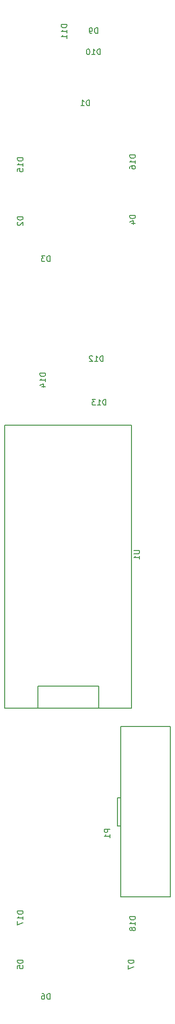
<source format=gbr>
G04 #@! TF.FileFunction,Legend,Bot*
%FSLAX46Y46*%
G04 Gerber Fmt 4.6, Leading zero omitted, Abs format (unit mm)*
G04 Created by KiCad (PCBNEW 4.0.4+e1-6308~48~ubuntu14.04.1-stable) date Sun Sep 25 16:17:57 2016*
%MOMM*%
%LPD*%
G01*
G04 APERTURE LIST*
%ADD10C,0.100000*%
%ADD11C,0.150000*%
G04 APERTURE END LIST*
D10*
D11*
X107000000Y-130280000D02*
X107000000Y-126320000D01*
X107000000Y-126320000D02*
X118000000Y-126320000D01*
X118000000Y-126320000D02*
X118000000Y-130280000D01*
X101000000Y-79280000D02*
X101000000Y-130280000D01*
X101000000Y-130280000D02*
X124000000Y-130280000D01*
X124000000Y-130280000D02*
X124000000Y-79280000D01*
X124000000Y-79280000D02*
X101000000Y-79280000D01*
X122000000Y-151540000D02*
X121420000Y-151540000D01*
X121420000Y-151540000D02*
X121420000Y-146460000D01*
X121420000Y-146460000D02*
X122000000Y-146460000D01*
X122000000Y-164360000D02*
X122000000Y-133640000D01*
X122000000Y-133640000D02*
X131000000Y-133640000D01*
X131000000Y-133640000D02*
X131000000Y-164360000D01*
X131000000Y-164360000D02*
X122000000Y-164360000D01*
X124412381Y-101854095D02*
X125221905Y-101854095D01*
X125317143Y-101901714D01*
X125364762Y-101949333D01*
X125412381Y-102044571D01*
X125412381Y-102235048D01*
X125364762Y-102330286D01*
X125317143Y-102377905D01*
X125221905Y-102425524D01*
X124412381Y-102425524D01*
X125412381Y-103425524D02*
X125412381Y-102854095D01*
X125412381Y-103139809D02*
X124412381Y-103139809D01*
X124555238Y-103044571D01*
X124650476Y-102949333D01*
X124698095Y-102854095D01*
X117824095Y-8580381D02*
X117824095Y-7580381D01*
X117586000Y-7580381D01*
X117443142Y-7628000D01*
X117347904Y-7723238D01*
X117300285Y-7818476D01*
X117252666Y-8008952D01*
X117252666Y-8151810D01*
X117300285Y-8342286D01*
X117347904Y-8437524D01*
X117443142Y-8532762D01*
X117586000Y-8580381D01*
X117824095Y-8580381D01*
X116776476Y-8580381D02*
X116586000Y-8580381D01*
X116490761Y-8532762D01*
X116443142Y-8485143D01*
X116347904Y-8342286D01*
X116300285Y-8151810D01*
X116300285Y-7770857D01*
X116347904Y-7675619D01*
X116395523Y-7628000D01*
X116490761Y-7580381D01*
X116681238Y-7580381D01*
X116776476Y-7628000D01*
X116824095Y-7675619D01*
X116871714Y-7770857D01*
X116871714Y-8008952D01*
X116824095Y-8104190D01*
X116776476Y-8151810D01*
X116681238Y-8199429D01*
X116490761Y-8199429D01*
X116395523Y-8151810D01*
X116347904Y-8104190D01*
X116300285Y-8008952D01*
X118300286Y-12390381D02*
X118300286Y-11390381D01*
X118062191Y-11390381D01*
X117919333Y-11438000D01*
X117824095Y-11533238D01*
X117776476Y-11628476D01*
X117728857Y-11818952D01*
X117728857Y-11961810D01*
X117776476Y-12152286D01*
X117824095Y-12247524D01*
X117919333Y-12342762D01*
X118062191Y-12390381D01*
X118300286Y-12390381D01*
X116776476Y-12390381D02*
X117347905Y-12390381D01*
X117062191Y-12390381D02*
X117062191Y-11390381D01*
X117157429Y-11533238D01*
X117252667Y-11628476D01*
X117347905Y-11676095D01*
X116157429Y-11390381D02*
X116062190Y-11390381D01*
X115966952Y-11438000D01*
X115919333Y-11485619D01*
X115871714Y-11580857D01*
X115824095Y-11771333D01*
X115824095Y-12009429D01*
X115871714Y-12199905D01*
X115919333Y-12295143D01*
X115966952Y-12342762D01*
X116062190Y-12390381D01*
X116157429Y-12390381D01*
X116252667Y-12342762D01*
X116300286Y-12295143D01*
X116347905Y-12199905D01*
X116395524Y-12009429D01*
X116395524Y-11771333D01*
X116347905Y-11580857D01*
X116300286Y-11485619D01*
X116252667Y-11438000D01*
X116157429Y-11390381D01*
X112252381Y-6993714D02*
X111252381Y-6993714D01*
X111252381Y-7231809D01*
X111300000Y-7374667D01*
X111395238Y-7469905D01*
X111490476Y-7517524D01*
X111680952Y-7565143D01*
X111823810Y-7565143D01*
X112014286Y-7517524D01*
X112109524Y-7469905D01*
X112204762Y-7374667D01*
X112252381Y-7231809D01*
X112252381Y-6993714D01*
X112252381Y-8517524D02*
X112252381Y-7946095D01*
X112252381Y-8231809D02*
X111252381Y-8231809D01*
X111395238Y-8136571D01*
X111490476Y-8041333D01*
X111538095Y-7946095D01*
X112252381Y-9469905D02*
X112252381Y-8898476D01*
X112252381Y-9184190D02*
X111252381Y-9184190D01*
X111395238Y-9088952D01*
X111490476Y-8993714D01*
X111538095Y-8898476D01*
X118808286Y-67762381D02*
X118808286Y-66762381D01*
X118570191Y-66762381D01*
X118427333Y-66810000D01*
X118332095Y-66905238D01*
X118284476Y-67000476D01*
X118236857Y-67190952D01*
X118236857Y-67333810D01*
X118284476Y-67524286D01*
X118332095Y-67619524D01*
X118427333Y-67714762D01*
X118570191Y-67762381D01*
X118808286Y-67762381D01*
X117284476Y-67762381D02*
X117855905Y-67762381D01*
X117570191Y-67762381D02*
X117570191Y-66762381D01*
X117665429Y-66905238D01*
X117760667Y-67000476D01*
X117855905Y-67048095D01*
X116903524Y-66857619D02*
X116855905Y-66810000D01*
X116760667Y-66762381D01*
X116522571Y-66762381D01*
X116427333Y-66810000D01*
X116379714Y-66857619D01*
X116332095Y-66952857D01*
X116332095Y-67048095D01*
X116379714Y-67190952D01*
X116951143Y-67762381D01*
X116332095Y-67762381D01*
X119316286Y-75636381D02*
X119316286Y-74636381D01*
X119078191Y-74636381D01*
X118935333Y-74684000D01*
X118840095Y-74779238D01*
X118792476Y-74874476D01*
X118744857Y-75064952D01*
X118744857Y-75207810D01*
X118792476Y-75398286D01*
X118840095Y-75493524D01*
X118935333Y-75588762D01*
X119078191Y-75636381D01*
X119316286Y-75636381D01*
X117792476Y-75636381D02*
X118363905Y-75636381D01*
X118078191Y-75636381D02*
X118078191Y-74636381D01*
X118173429Y-74779238D01*
X118268667Y-74874476D01*
X118363905Y-74922095D01*
X117459143Y-74636381D02*
X116840095Y-74636381D01*
X117173429Y-75017333D01*
X117030571Y-75017333D01*
X116935333Y-75064952D01*
X116887714Y-75112571D01*
X116840095Y-75207810D01*
X116840095Y-75445905D01*
X116887714Y-75541143D01*
X116935333Y-75588762D01*
X117030571Y-75636381D01*
X117316286Y-75636381D01*
X117411524Y-75588762D01*
X117459143Y-75541143D01*
X108394381Y-69905714D02*
X107394381Y-69905714D01*
X107394381Y-70143809D01*
X107442000Y-70286667D01*
X107537238Y-70381905D01*
X107632476Y-70429524D01*
X107822952Y-70477143D01*
X107965810Y-70477143D01*
X108156286Y-70429524D01*
X108251524Y-70381905D01*
X108346762Y-70286667D01*
X108394381Y-70143809D01*
X108394381Y-69905714D01*
X108394381Y-71429524D02*
X108394381Y-70858095D01*
X108394381Y-71143809D02*
X107394381Y-71143809D01*
X107537238Y-71048571D01*
X107632476Y-70953333D01*
X107680095Y-70858095D01*
X107727714Y-72286667D02*
X108394381Y-72286667D01*
X107346762Y-72048571D02*
X108061048Y-71810476D01*
X108061048Y-72429524D01*
X104330381Y-31043714D02*
X103330381Y-31043714D01*
X103330381Y-31281809D01*
X103378000Y-31424667D01*
X103473238Y-31519905D01*
X103568476Y-31567524D01*
X103758952Y-31615143D01*
X103901810Y-31615143D01*
X104092286Y-31567524D01*
X104187524Y-31519905D01*
X104282762Y-31424667D01*
X104330381Y-31281809D01*
X104330381Y-31043714D01*
X104330381Y-32567524D02*
X104330381Y-31996095D01*
X104330381Y-32281809D02*
X103330381Y-32281809D01*
X103473238Y-32186571D01*
X103568476Y-32091333D01*
X103616095Y-31996095D01*
X103330381Y-33472286D02*
X103330381Y-32996095D01*
X103806571Y-32948476D01*
X103758952Y-32996095D01*
X103711333Y-33091333D01*
X103711333Y-33329429D01*
X103758952Y-33424667D01*
X103806571Y-33472286D01*
X103901810Y-33519905D01*
X104139905Y-33519905D01*
X104235143Y-33472286D01*
X104282762Y-33424667D01*
X104330381Y-33329429D01*
X104330381Y-33091333D01*
X104282762Y-32996095D01*
X104235143Y-32948476D01*
X124650381Y-30535714D02*
X123650381Y-30535714D01*
X123650381Y-30773809D01*
X123698000Y-30916667D01*
X123793238Y-31011905D01*
X123888476Y-31059524D01*
X124078952Y-31107143D01*
X124221810Y-31107143D01*
X124412286Y-31059524D01*
X124507524Y-31011905D01*
X124602762Y-30916667D01*
X124650381Y-30773809D01*
X124650381Y-30535714D01*
X124650381Y-32059524D02*
X124650381Y-31488095D01*
X124650381Y-31773809D02*
X123650381Y-31773809D01*
X123793238Y-31678571D01*
X123888476Y-31583333D01*
X123936095Y-31488095D01*
X123650381Y-32916667D02*
X123650381Y-32726190D01*
X123698000Y-32630952D01*
X123745619Y-32583333D01*
X123888476Y-32488095D01*
X124078952Y-32440476D01*
X124459905Y-32440476D01*
X124555143Y-32488095D01*
X124602762Y-32535714D01*
X124650381Y-32630952D01*
X124650381Y-32821429D01*
X124602762Y-32916667D01*
X124555143Y-32964286D01*
X124459905Y-33011905D01*
X124221810Y-33011905D01*
X124126571Y-32964286D01*
X124078952Y-32916667D01*
X124031333Y-32821429D01*
X124031333Y-32630952D01*
X124078952Y-32535714D01*
X124126571Y-32488095D01*
X124221810Y-32440476D01*
X104330381Y-166933714D02*
X103330381Y-166933714D01*
X103330381Y-167171809D01*
X103378000Y-167314667D01*
X103473238Y-167409905D01*
X103568476Y-167457524D01*
X103758952Y-167505143D01*
X103901810Y-167505143D01*
X104092286Y-167457524D01*
X104187524Y-167409905D01*
X104282762Y-167314667D01*
X104330381Y-167171809D01*
X104330381Y-166933714D01*
X104330381Y-168457524D02*
X104330381Y-167886095D01*
X104330381Y-168171809D02*
X103330381Y-168171809D01*
X103473238Y-168076571D01*
X103568476Y-167981333D01*
X103616095Y-167886095D01*
X103330381Y-168790857D02*
X103330381Y-169457524D01*
X104330381Y-169028952D01*
X124650381Y-167949714D02*
X123650381Y-167949714D01*
X123650381Y-168187809D01*
X123698000Y-168330667D01*
X123793238Y-168425905D01*
X123888476Y-168473524D01*
X124078952Y-168521143D01*
X124221810Y-168521143D01*
X124412286Y-168473524D01*
X124507524Y-168425905D01*
X124602762Y-168330667D01*
X124650381Y-168187809D01*
X124650381Y-167949714D01*
X124650381Y-169473524D02*
X124650381Y-168902095D01*
X124650381Y-169187809D02*
X123650381Y-169187809D01*
X123793238Y-169092571D01*
X123888476Y-168997333D01*
X123936095Y-168902095D01*
X124078952Y-170044952D02*
X124031333Y-169949714D01*
X123983714Y-169902095D01*
X123888476Y-169854476D01*
X123840857Y-169854476D01*
X123745619Y-169902095D01*
X123698000Y-169949714D01*
X123650381Y-170044952D01*
X123650381Y-170235429D01*
X123698000Y-170330667D01*
X123745619Y-170378286D01*
X123840857Y-170425905D01*
X123888476Y-170425905D01*
X123983714Y-170378286D01*
X124031333Y-170330667D01*
X124078952Y-170235429D01*
X124078952Y-170044952D01*
X124126571Y-169949714D01*
X124174190Y-169902095D01*
X124269429Y-169854476D01*
X124459905Y-169854476D01*
X124555143Y-169902095D01*
X124602762Y-169949714D01*
X124650381Y-170044952D01*
X124650381Y-170235429D01*
X124602762Y-170330667D01*
X124555143Y-170378286D01*
X124459905Y-170425905D01*
X124269429Y-170425905D01*
X124174190Y-170378286D01*
X124126571Y-170330667D01*
X124078952Y-170235429D01*
X120078381Y-152169905D02*
X119078381Y-152169905D01*
X119078381Y-152550858D01*
X119126000Y-152646096D01*
X119173619Y-152693715D01*
X119268857Y-152741334D01*
X119411714Y-152741334D01*
X119506952Y-152693715D01*
X119554571Y-152646096D01*
X119602190Y-152550858D01*
X119602190Y-152169905D01*
X120078381Y-153693715D02*
X120078381Y-153122286D01*
X120078381Y-153408000D02*
X119078381Y-153408000D01*
X119221238Y-153312762D01*
X119316476Y-153217524D01*
X119364095Y-153122286D01*
X124396381Y-175791905D02*
X123396381Y-175791905D01*
X123396381Y-176030000D01*
X123444000Y-176172858D01*
X123539238Y-176268096D01*
X123634476Y-176315715D01*
X123824952Y-176363334D01*
X123967810Y-176363334D01*
X124158286Y-176315715D01*
X124253524Y-176268096D01*
X124348762Y-176172858D01*
X124396381Y-176030000D01*
X124396381Y-175791905D01*
X123396381Y-176696667D02*
X123396381Y-177363334D01*
X124396381Y-176934762D01*
X109188095Y-182824381D02*
X109188095Y-181824381D01*
X108950000Y-181824381D01*
X108807142Y-181872000D01*
X108711904Y-181967238D01*
X108664285Y-182062476D01*
X108616666Y-182252952D01*
X108616666Y-182395810D01*
X108664285Y-182586286D01*
X108711904Y-182681524D01*
X108807142Y-182776762D01*
X108950000Y-182824381D01*
X109188095Y-182824381D01*
X107759523Y-181824381D02*
X107950000Y-181824381D01*
X108045238Y-181872000D01*
X108092857Y-181919619D01*
X108188095Y-182062476D01*
X108235714Y-182252952D01*
X108235714Y-182633905D01*
X108188095Y-182729143D01*
X108140476Y-182776762D01*
X108045238Y-182824381D01*
X107854761Y-182824381D01*
X107759523Y-182776762D01*
X107711904Y-182729143D01*
X107664285Y-182633905D01*
X107664285Y-182395810D01*
X107711904Y-182300571D01*
X107759523Y-182252952D01*
X107854761Y-182205333D01*
X108045238Y-182205333D01*
X108140476Y-182252952D01*
X108188095Y-182300571D01*
X108235714Y-182395810D01*
X104330381Y-175791905D02*
X103330381Y-175791905D01*
X103330381Y-176030000D01*
X103378000Y-176172858D01*
X103473238Y-176268096D01*
X103568476Y-176315715D01*
X103758952Y-176363334D01*
X103901810Y-176363334D01*
X104092286Y-176315715D01*
X104187524Y-176268096D01*
X104282762Y-176172858D01*
X104330381Y-176030000D01*
X104330381Y-175791905D01*
X103330381Y-177268096D02*
X103330381Y-176791905D01*
X103806571Y-176744286D01*
X103758952Y-176791905D01*
X103711333Y-176887143D01*
X103711333Y-177125239D01*
X103758952Y-177220477D01*
X103806571Y-177268096D01*
X103901810Y-177315715D01*
X104139905Y-177315715D01*
X104235143Y-177268096D01*
X104282762Y-177220477D01*
X104330381Y-177125239D01*
X104330381Y-176887143D01*
X104282762Y-176791905D01*
X104235143Y-176744286D01*
X124650381Y-41425905D02*
X123650381Y-41425905D01*
X123650381Y-41664000D01*
X123698000Y-41806858D01*
X123793238Y-41902096D01*
X123888476Y-41949715D01*
X124078952Y-41997334D01*
X124221810Y-41997334D01*
X124412286Y-41949715D01*
X124507524Y-41902096D01*
X124602762Y-41806858D01*
X124650381Y-41664000D01*
X124650381Y-41425905D01*
X123983714Y-42854477D02*
X124650381Y-42854477D01*
X123602762Y-42616381D02*
X124317048Y-42378286D01*
X124317048Y-42997334D01*
X109188095Y-49728381D02*
X109188095Y-48728381D01*
X108950000Y-48728381D01*
X108807142Y-48776000D01*
X108711904Y-48871238D01*
X108664285Y-48966476D01*
X108616666Y-49156952D01*
X108616666Y-49299810D01*
X108664285Y-49490286D01*
X108711904Y-49585524D01*
X108807142Y-49680762D01*
X108950000Y-49728381D01*
X109188095Y-49728381D01*
X108283333Y-48728381D02*
X107664285Y-48728381D01*
X107997619Y-49109333D01*
X107854761Y-49109333D01*
X107759523Y-49156952D01*
X107711904Y-49204571D01*
X107664285Y-49299810D01*
X107664285Y-49537905D01*
X107711904Y-49633143D01*
X107759523Y-49680762D01*
X107854761Y-49728381D01*
X108140476Y-49728381D01*
X108235714Y-49680762D01*
X108283333Y-49633143D01*
X104330381Y-41679905D02*
X103330381Y-41679905D01*
X103330381Y-41918000D01*
X103378000Y-42060858D01*
X103473238Y-42156096D01*
X103568476Y-42203715D01*
X103758952Y-42251334D01*
X103901810Y-42251334D01*
X104092286Y-42203715D01*
X104187524Y-42156096D01*
X104282762Y-42060858D01*
X104330381Y-41918000D01*
X104330381Y-41679905D01*
X103425619Y-42632286D02*
X103378000Y-42679905D01*
X103330381Y-42775143D01*
X103330381Y-43013239D01*
X103378000Y-43108477D01*
X103425619Y-43156096D01*
X103520857Y-43203715D01*
X103616095Y-43203715D01*
X103758952Y-43156096D01*
X104330381Y-42584667D01*
X104330381Y-43203715D01*
X116348095Y-21614381D02*
X116348095Y-20614381D01*
X116110000Y-20614381D01*
X115967142Y-20662000D01*
X115871904Y-20757238D01*
X115824285Y-20852476D01*
X115776666Y-21042952D01*
X115776666Y-21185810D01*
X115824285Y-21376286D01*
X115871904Y-21471524D01*
X115967142Y-21566762D01*
X116110000Y-21614381D01*
X116348095Y-21614381D01*
X114824285Y-21614381D02*
X115395714Y-21614381D01*
X115110000Y-21614381D02*
X115110000Y-20614381D01*
X115205238Y-20757238D01*
X115300476Y-20852476D01*
X115395714Y-20900095D01*
M02*

</source>
